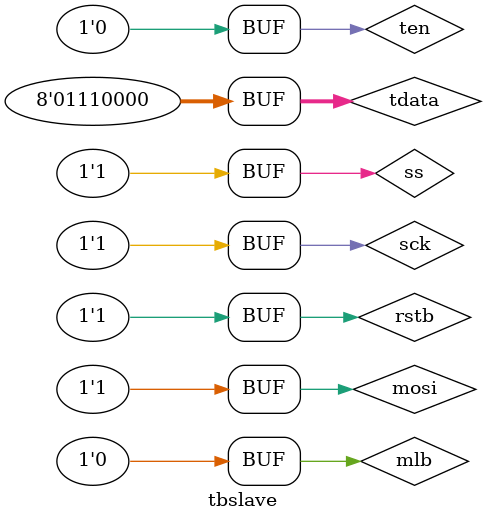
<source format=v>
`timescale 1ns/10ps
`include "spi_slave.v"

module tbslave;
    reg rstb = 1'b0;
    reg ten = 1'b0;
    reg [7:0] tdata = 8'b00000000;
    reg mlb = 1'b0;
    reg ss = 1'b0;
    reg sck = 1'b0;
    reg mosi = 1'b0;
    wire miso;
    wire done;
    wire [7:0] rdata;


    SPI_slave UUT (
        .rstb(rstb),
        .ten(ten),
        .tdata(tdata),
        .mlb(mlb),
        .ss(ss),
        .sck(sck),
        .mosi(mosi),
        .miso(miso),
        .done(done),
        .rdata(rdata));

    initial begin
        // -------------  Current Time:  100ns
        #100;
        ss = 1'b1;
        sck = 1'b1;
        mosi = 1'b1;
        // -------------------------------------
        // -------------  Current Time:  120ns
        #20;
        rstb = 1'b1;
        // -------------------------------------
        // -------------  Current Time:  140ns
        #20;
        ten = 1'b1;
        mlb = 1'b1;
        tdata = 8'b01111100;
        // -------------------------------------
        // -------------  Current Time:  160ns
        #20;
        ss = 1'b0;
        // -------------------------------------
        // -------------  Current Time:  180ns
        #20;
        sck = 1'b0;
        mosi = 1'b0;
        // -------------------------------------
        // -------------  Current Time:  200ns
        #20;
        sck = 1'b1;
        // -------------------------------------
        // -------------  Current Time:  220ns
        #20;
        sck = 1'b0;
        mosi = 1'b1;
        // -------------------------------------
        // -------------  Current Time:  240ns
        #20;
        sck = 1'b1;
        // -------------------------------------
        // -------------  Current Time:  260ns
        #20;
        sck = 1'b0;
        mosi = 1'b0;
        // -------------------------------------
        // -------------  Current Time:  280ns
        #20;
        sck = 1'b1;
        // -------------------------------------
        // -------------  Current Time:  300ns
        #20;
        sck = 1'b0;
        mosi = 1'b1;
        // -------------------------------------
        // -------------  Current Time:  320ns
        #20;
        sck = 1'b1;
        // -------------------------------------
        // -------------  Current Time:  340ns
        #20;
        sck = 1'b0;
        mosi = 1'b0;
        // -------------------------------------
        // -------------  Current Time:  360ns
        #20;
        sck = 1'b1;
        // -------------------------------------
        // -------------  Current Time:  380ns
        #20;
        sck = 1'b0;
        mosi = 1'b1;
        // -------------------------------------
        // -------------  Current Time:  400ns
        #20;
        sck = 1'b1;
        // -------------------------------------
        // -------------  Current Time:  420ns
        #20;
        sck = 1'b0;
        mosi = 1'b0;
        // -------------------------------------
        // -------------  Current Time:  440ns
        #20;
        sck = 1'b1;
        // -------------------------------------
        // -------------  Current Time:  460ns
        #20;
        sck = 1'b0;
        mosi = 1'b1;
        // -------------------------------------
        // -------------  Current Time:  480ns
        #20;
        sck = 1'b1;
        // -------------------------------------
        // -------------  Current Time:  500ns
        #20;
        ss = 1'b1;
        // -------------------------------------
        // -------------  Current Time:  520ns
        #20;
        ten = 1'b0;

		
		#200  ten = 1'b1;        mlb = 1'b0;         tdata = 8'b01110000;
        #20        ss = 1'b0;
        #20       sck = 1'b0;
        mosi = 1'b0;
        #20        sck = 1'b1;
        #20        sck = 1'b0;
        mosi = 1'b1;
        #20        sck = 1'b1;

        #20        sck = 1'b0;
        mosi = 1'b0;
        #20        sck = 1'b1;
        #20        sck = 1'b0;
        mosi = 1'b1;
        #20        sck = 1'b1;
        #20        sck = 1'b0;
        mosi = 1'b0;
        #20        sck = 1'b1;
        #20        sck = 1'b0;
        mosi = 1'b1;
        #20        sck = 1'b1;
        #20        sck = 1'b0;
        mosi = 1'b0;
        #20        sck = 1'b1;
        #20        sck = 1'b0;
        mosi = 1'b1;
        #20        sck = 1'b1;
        #20         ss = 1'b1;
        #20         ten = 1'b0;
		#100;

	end

endmodule


</source>
